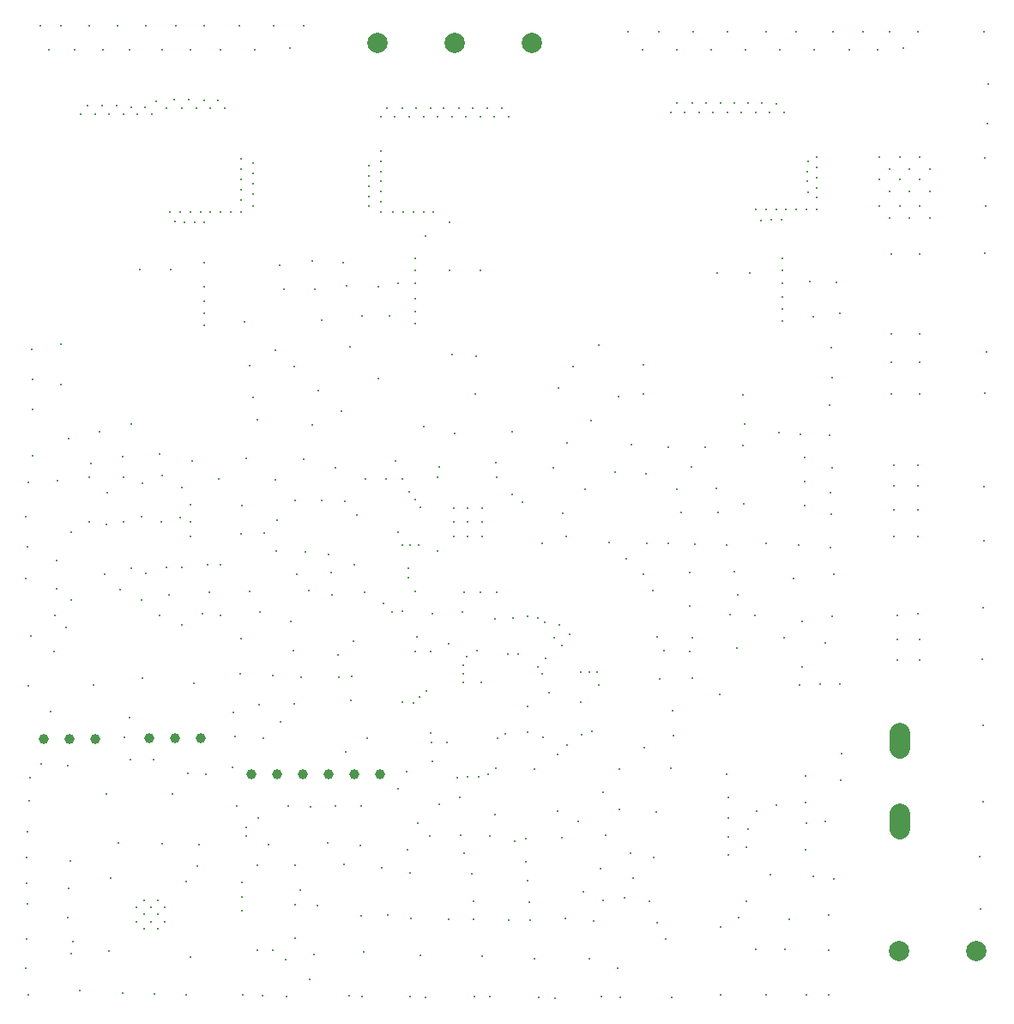
<source format=gbr>
%TF.GenerationSoftware,KiCad,Pcbnew,9.0.1*%
%TF.CreationDate,2025-04-18T15:35:22+02:00*%
%TF.ProjectId,BLDC_DRIVER,424c4443-5f44-4524-9956-45522e6b6963,rev?*%
%TF.SameCoordinates,Original*%
%TF.FileFunction,Plated,1,4,PTH,Mixed*%
%TF.FilePolarity,Positive*%
%FSLAX46Y46*%
G04 Gerber Fmt 4.6, Leading zero omitted, Abs format (unit mm)*
G04 Created by KiCad (PCBNEW 9.0.1) date 2025-04-18 15:35:22*
%MOMM*%
%LPD*%
G01*
G04 APERTURE LIST*
%TA.AperFunction,ViaDrill*%
%ADD10C,0.300000*%
%TD*%
%TA.AperFunction,ComponentDrill*%
%ADD11C,0.300000*%
%TD*%
%TA.AperFunction,ComponentDrill*%
%ADD12C,1.000000*%
%TD*%
%TA.AperFunction,ComponentDrill*%
%ADD13C,2.000000*%
%TD*%
G04 aperture for slot hole*
%TA.AperFunction,ComponentDrill*%
%ADD14C,2.000000*%
%TD*%
G04 APERTURE END LIST*
D10*
X123147752Y-69776910D03*
X123190481Y-108245826D03*
X123193202Y-63709409D03*
X123220781Y-105306761D03*
X123235930Y-97277359D03*
X123266230Y-99837678D03*
X123311680Y-94732190D03*
X123341979Y-101822304D03*
X123352275Y-66618174D03*
X123420449Y-80366632D03*
X123443174Y-60323425D03*
X123448028Y-110836444D03*
X123493477Y-91702226D03*
X123554077Y-89384305D03*
X123650000Y-75475000D03*
X123762653Y-47175744D03*
X123800000Y-50100000D03*
X123808102Y-53114472D03*
X123850000Y-57700000D03*
X124600000Y-15200000D03*
X124705463Y-88051121D03*
X125400000Y-17600000D03*
X125625000Y-82925000D03*
X125975000Y-77000000D03*
X126000000Y-73400000D03*
X126200000Y-68000000D03*
X126200000Y-70800000D03*
X126262373Y-60113687D03*
X126600000Y-15200000D03*
X126641118Y-46645500D03*
X126641118Y-50599602D03*
X127120000Y-74580000D03*
X127325000Y-103175000D03*
X127341531Y-88202619D03*
X127383459Y-55992937D03*
X127425000Y-100350000D03*
X127584577Y-97612133D03*
X127600000Y-65200000D03*
X127650000Y-71870000D03*
X127650000Y-106750000D03*
X127850000Y-105550000D03*
X128000000Y-17600000D03*
X128475000Y-110375000D03*
X128600000Y-24000000D03*
X129247393Y-23075026D03*
X129400000Y-15200000D03*
X129400000Y-59800000D03*
X129400000Y-64200000D03*
X129580182Y-58462357D03*
X129850000Y-80250000D03*
X130000000Y-24000000D03*
X130413422Y-55311195D03*
X130676225Y-23096142D03*
X130800000Y-17600000D03*
X130975000Y-69350000D03*
X131125000Y-64425000D03*
X131150000Y-91000000D03*
X131155763Y-61295373D03*
X131375000Y-106525000D03*
X131400000Y-24000000D03*
X131525000Y-99350000D03*
X132105056Y-23124296D03*
X132200000Y-15200000D03*
X132325000Y-95850000D03*
X132450000Y-70900000D03*
X132716194Y-57720016D03*
X132750000Y-110675000D03*
X132800000Y-24000000D03*
X132800000Y-59800000D03*
X132800000Y-64175000D03*
X132856064Y-85430203D03*
X133386307Y-83491026D03*
X133400000Y-17600000D03*
X133507506Y-87596626D03*
X133562042Y-23243952D03*
X133575000Y-68750000D03*
X133594884Y-54553704D03*
X134200000Y-24000000D03*
X134400000Y-39250000D03*
X134550000Y-71850000D03*
X134600000Y-63700000D03*
X134640221Y-60371234D03*
X134650000Y-79625000D03*
X134962720Y-23258029D03*
X135000000Y-15200000D03*
X135025000Y-69225000D03*
X135600000Y-24000000D03*
X135749679Y-87672375D03*
X135875000Y-110750000D03*
X135983313Y-22680865D03*
X136352150Y-57492769D03*
X136400000Y-73400000D03*
X136525000Y-64150000D03*
X136575000Y-95950000D03*
X136600000Y-17600000D03*
X136600000Y-59600000D03*
X137000000Y-23400000D03*
X137025000Y-68675000D03*
X137300000Y-71400000D03*
X137400000Y-33600000D03*
X137500000Y-39250000D03*
X137625000Y-91000000D03*
X137778151Y-22526017D03*
X137903913Y-34556203D03*
X138000000Y-15200000D03*
X138375000Y-63775000D03*
X138400000Y-33600000D03*
X138550000Y-68700000D03*
X138564023Y-60765129D03*
X138575000Y-74325000D03*
X138600000Y-23400000D03*
X138800000Y-34600000D03*
X138950000Y-110800000D03*
X139025000Y-99675000D03*
X139173537Y-89020709D03*
X139270330Y-22533055D03*
X139400000Y-17600000D03*
X139400000Y-33600000D03*
X139400000Y-62450000D03*
X139400000Y-64200000D03*
X139400000Y-65650000D03*
X139400000Y-107100000D03*
X139609361Y-58159361D03*
X139775000Y-80100000D03*
X139800000Y-34600000D03*
X140000000Y-23400000D03*
X140100000Y-98100000D03*
X140275000Y-95975000D03*
X140400000Y-33600000D03*
X140600000Y-73200000D03*
X140734354Y-22575287D03*
X140800000Y-15200000D03*
X140800000Y-34600000D03*
X140800000Y-38600000D03*
X140800000Y-41000000D03*
X140800000Y-42400000D03*
X140800000Y-43600000D03*
X140800000Y-44800000D03*
X140930916Y-89066158D03*
X141125000Y-68425000D03*
X141300000Y-71125000D03*
X141400000Y-23400000D03*
X141400000Y-33600000D03*
X142092800Y-22589364D03*
X142199979Y-59977339D03*
X142400000Y-17600000D03*
X142400000Y-33600000D03*
X142400000Y-68400000D03*
X142400000Y-73400000D03*
X142800000Y-23400000D03*
X143400000Y-33600000D03*
X143594843Y-88428337D03*
X143655442Y-83004703D03*
X143791791Y-85307475D03*
X143991179Y-92232470D03*
X144200000Y-15200000D03*
X144337184Y-79186949D03*
X144396703Y-65370673D03*
X144400000Y-28400000D03*
X144400000Y-29400000D03*
X144400000Y-30400000D03*
X144400000Y-31400000D03*
X144400000Y-32400000D03*
X144400000Y-33600000D03*
X144425000Y-75675000D03*
X144450000Y-99700000D03*
X144450000Y-102550000D03*
X144472452Y-62552807D03*
X144500000Y-101200000D03*
X144600000Y-110825000D03*
X144725000Y-44450000D03*
X144900000Y-94310000D03*
X144900000Y-95160000D03*
X144911796Y-57901814D03*
X145250000Y-71075000D03*
X145290674Y-48748285D03*
X145575000Y-51875000D03*
X145600000Y-28800000D03*
X145600000Y-29800000D03*
X145600000Y-30800000D03*
X145600000Y-31800000D03*
X145600000Y-33000000D03*
X145800000Y-17600000D03*
X145975000Y-54125000D03*
X145975000Y-106400000D03*
X146000000Y-98025000D03*
X146125000Y-93400000D03*
X146170312Y-82171463D03*
X146300000Y-73100000D03*
X146500000Y-110950000D03*
X146594507Y-85534722D03*
X146700000Y-65300000D03*
X147100000Y-96000000D03*
X147575000Y-106400000D03*
X147579245Y-79292998D03*
X147600000Y-15200000D03*
X147767669Y-47225728D03*
X147790261Y-60007638D03*
X147836792Y-67097396D03*
X147950000Y-64000000D03*
X148222556Y-38840310D03*
X148276136Y-83943991D03*
X148608876Y-41226406D03*
X148825000Y-107375000D03*
X148900000Y-111000000D03*
X149025000Y-92175000D03*
X149200000Y-17400000D03*
X149300000Y-74000000D03*
X149550000Y-76862500D03*
X149631097Y-48816459D03*
X149669919Y-82095714D03*
X149700000Y-101950000D03*
X149700000Y-105200000D03*
X149750000Y-62050000D03*
X149775000Y-98025000D03*
X149866867Y-69354718D03*
X150253801Y-100500224D03*
X150366811Y-79520245D03*
X150600000Y-15200000D03*
X150608127Y-57962413D03*
X150760706Y-67157995D03*
X151078852Y-70960599D03*
X151150000Y-109325000D03*
X151275000Y-92250000D03*
X151403625Y-54633988D03*
X151404017Y-38453989D03*
X151600000Y-106825000D03*
X151653989Y-41226406D03*
X151900000Y-102050000D03*
X151994468Y-51202555D03*
X152325000Y-62050000D03*
X152400000Y-44300000D03*
X152920197Y-95877387D03*
X153018029Y-67385242D03*
X153275576Y-69172920D03*
X153396774Y-71399943D03*
X153700000Y-92225000D03*
X153750042Y-58858297D03*
X154000000Y-77275000D03*
X154017917Y-79505095D03*
X154335114Y-53270505D03*
X154494580Y-38590338D03*
X154550000Y-97975000D03*
X154653128Y-62113463D03*
X154714808Y-86867906D03*
X154790001Y-40930984D03*
X155075000Y-110950000D03*
X155198654Y-46884857D03*
X155229902Y-81762418D03*
X155305651Y-79459646D03*
X155525000Y-75925000D03*
X155623797Y-68430579D03*
X155800000Y-63500000D03*
X156200000Y-96075000D03*
X156232230Y-92171871D03*
X156275000Y-103050000D03*
X156375000Y-110975000D03*
X156380732Y-43839749D03*
X156550000Y-106600000D03*
X156638835Y-71142397D03*
X156675000Y-59925000D03*
X156881232Y-85474123D03*
X156984723Y-29052189D03*
X156984723Y-30052189D03*
X156984723Y-31052189D03*
X156984723Y-32052189D03*
X156984723Y-33052189D03*
X157926013Y-40999159D03*
X157948346Y-50066319D03*
X158200000Y-27600000D03*
X158200000Y-28600000D03*
X158200000Y-29600000D03*
X158200000Y-30600000D03*
X158200000Y-31600000D03*
X158200000Y-32600000D03*
X158200000Y-33600000D03*
X158215000Y-24215000D03*
X158275000Y-98275000D03*
X158500000Y-72200000D03*
X158728429Y-59947039D03*
X158800000Y-23400000D03*
X158904346Y-102969644D03*
X159039525Y-43839749D03*
X159302880Y-73102880D03*
X159400000Y-33600000D03*
X159600000Y-24200000D03*
X159622268Y-58159361D03*
X159875000Y-65225000D03*
X159925000Y-90525000D03*
X159925789Y-40681012D03*
X160289941Y-81944216D03*
X160300000Y-66500000D03*
X160300000Y-73025000D03*
X160334309Y-59931889D03*
X160335453Y-23397080D03*
X160400000Y-33600000D03*
X160777175Y-88823761D03*
X160825000Y-96500000D03*
X160893260Y-68712500D03*
X160900000Y-69650000D03*
X161000000Y-24200000D03*
X161000000Y-61250000D03*
X161100000Y-66500000D03*
X161100000Y-98800000D03*
X161100000Y-110975000D03*
X161176818Y-103257490D03*
X161400000Y-33600000D03*
X161450000Y-82050000D03*
X161592825Y-76990226D03*
X161600000Y-38200000D03*
X161600000Y-39400000D03*
X161600000Y-40600000D03*
X161600000Y-42200000D03*
X161600000Y-43400000D03*
X161600000Y-44600000D03*
X161600000Y-62015685D03*
X161607975Y-71036348D03*
X161700938Y-23361887D03*
X161774623Y-75490394D03*
X161825000Y-93875000D03*
X161900000Y-66500000D03*
X162050000Y-81450000D03*
X162110383Y-62710383D03*
X162110759Y-106965982D03*
X162400000Y-33600000D03*
X162415000Y-24215000D03*
X162470566Y-54747612D03*
X162600000Y-36000000D03*
X162625000Y-111050000D03*
X162675000Y-80825000D03*
X163025000Y-95200000D03*
X163100000Y-85000000D03*
X163129769Y-23368925D03*
X163153256Y-76944776D03*
X163200000Y-85950000D03*
X163250000Y-87775000D03*
X163300000Y-73200000D03*
X163400000Y-33600000D03*
X163800000Y-24200000D03*
X163800000Y-59800000D03*
X163800000Y-67050000D03*
X164000000Y-58800000D03*
X164000000Y-92000000D03*
X164389675Y-23354848D03*
X164750000Y-85950000D03*
X164873374Y-103348389D03*
X164875000Y-76175000D03*
X165000000Y-34600000D03*
X165000000Y-39400000D03*
X165197533Y-47657498D03*
X165200000Y-24200000D03*
X165400000Y-62800000D03*
X165400000Y-64200000D03*
X165400000Y-65600000D03*
X165447505Y-55452079D03*
X165780624Y-89450000D03*
X165910008Y-23368925D03*
X166025000Y-91350000D03*
X166100000Y-95075000D03*
X166241663Y-73050040D03*
X166300000Y-78300000D03*
X166300000Y-79200000D03*
X166300000Y-80000000D03*
X166398766Y-71100000D03*
X166400000Y-96900000D03*
X166615000Y-24215000D03*
X166675000Y-77450000D03*
X166750000Y-89350000D03*
X166800000Y-62800000D03*
X166800000Y-64200000D03*
X166800000Y-65600000D03*
X167150000Y-98875000D03*
X167289569Y-23361887D03*
X167357944Y-101575861D03*
X167388243Y-103408988D03*
X167400000Y-111000000D03*
X167515455Y-51520701D03*
X167629078Y-47839296D03*
X167675000Y-76850000D03*
X167900000Y-89300000D03*
X167998772Y-71100000D03*
X168000000Y-24200000D03*
X168000000Y-39400000D03*
X168089941Y-80039156D03*
X168178261Y-107034157D03*
X168200000Y-62800000D03*
X168200000Y-64200000D03*
X168200000Y-65600000D03*
X168666266Y-23375964D03*
X168800000Y-89100000D03*
X168925000Y-110975000D03*
X169000000Y-95150000D03*
X169400000Y-24200000D03*
X169453424Y-73746932D03*
X169475000Y-93025000D03*
X169525000Y-88508360D03*
X169574293Y-58375707D03*
X169598777Y-71100007D03*
X169600000Y-59800000D03*
X169700000Y-85500000D03*
X170123252Y-23368925D03*
X170525000Y-85100000D03*
X170700000Y-77200000D03*
X170815000Y-24215000D03*
X170857551Y-103469588D03*
X171196860Y-55270281D03*
X171200000Y-61499997D03*
X171241102Y-73686333D03*
X171400000Y-95700000D03*
X171776396Y-77211190D03*
X172200000Y-62200000D03*
X172540000Y-95410000D03*
X172554331Y-97667208D03*
X172644985Y-84957796D03*
X172655085Y-82352028D03*
X172660379Y-99606385D03*
X172700000Y-73500000D03*
X172857327Y-101666760D03*
X172963376Y-103469588D03*
X173350000Y-107250000D03*
X173400000Y-88550000D03*
X173700000Y-78500000D03*
X173729440Y-73651321D03*
X173800000Y-111100000D03*
X174100000Y-66325000D03*
X174162227Y-79162227D03*
X174175000Y-85450000D03*
X174400000Y-74100000D03*
X174442764Y-77605085D03*
X174825000Y-81012174D03*
X175264586Y-58883512D03*
X175300000Y-75600000D03*
X175357047Y-111150545D03*
X175610000Y-92730000D03*
X175673631Y-87130344D03*
X175764530Y-50952583D03*
X175836547Y-74322625D03*
X176099388Y-95303837D03*
X176100000Y-76400000D03*
X176151798Y-63294792D03*
X176417534Y-103257490D03*
X176515394Y-65658163D03*
X176582620Y-56406517D03*
X176605344Y-86221355D03*
X176826335Y-75231614D03*
X177196187Y-48839184D03*
X177720418Y-93713106D03*
X177900000Y-79000000D03*
X177950000Y-81925000D03*
X178000000Y-85200000D03*
X178200000Y-100700000D03*
X178363819Y-60999855D03*
X178750000Y-79000000D03*
X178750000Y-107300000D03*
X178968716Y-54224943D03*
X178997808Y-84826498D03*
X179225000Y-103575000D03*
X179550003Y-79000000D03*
X179700499Y-80244700D03*
X179741356Y-46771234D03*
X179877705Y-98424532D03*
X179947441Y-110983897D03*
X180150000Y-101475000D03*
X180150401Y-90834474D03*
X180423098Y-95061273D03*
X180718519Y-66200873D03*
X181309362Y-59247108D03*
X181575000Y-108175000D03*
X181625000Y-51850000D03*
X181775000Y-88550000D03*
X181775000Y-92575000D03*
X181800000Y-111100000D03*
X182225000Y-101300000D03*
X182400149Y-67837053D03*
X182600000Y-15800000D03*
X182809194Y-96856526D03*
X182922818Y-56542865D03*
X183127340Y-99288072D03*
X184000000Y-17600000D03*
X184081779Y-69336885D03*
X184127228Y-48680111D03*
X184127228Y-51566151D03*
X184240852Y-86471327D03*
X184377200Y-59474355D03*
X184490824Y-66291772D03*
X184675000Y-101600000D03*
X185013492Y-70973065D03*
X185125000Y-97250000D03*
X185371075Y-92773817D03*
X185450000Y-103750000D03*
X185480000Y-75500000D03*
X185600000Y-15800000D03*
X185699023Y-79696313D03*
X186175000Y-76850000D03*
X186275000Y-105325000D03*
X186558774Y-56792837D03*
X186581498Y-66314497D03*
X186800000Y-23800000D03*
X186854195Y-88493828D03*
X186880709Y-111079158D03*
X186990543Y-82789922D03*
X187058718Y-85221468D03*
X187388842Y-22837435D03*
X187400000Y-17600000D03*
X187445038Y-60928737D03*
X187876808Y-63269384D03*
X188200000Y-23800000D03*
X188700000Y-76925000D03*
X188717622Y-69177812D03*
X188717622Y-72472897D03*
X188876696Y-58769888D03*
X188900000Y-75600000D03*
X188909175Y-22847993D03*
X188948659Y-79605414D03*
X189043780Y-15794121D03*
X189217566Y-66405396D03*
X189600000Y-23800000D03*
X190194730Y-56792837D03*
X190292256Y-22869109D03*
X190800000Y-17600000D03*
X191000000Y-23800000D03*
X191285516Y-60837838D03*
X191400000Y-39600000D03*
X191444589Y-63269384D03*
X191671837Y-81221916D03*
X191707010Y-22890224D03*
X191750000Y-104125000D03*
X191766525Y-110806461D03*
X192285404Y-66450845D03*
X192324841Y-89062112D03*
X192400000Y-15800000D03*
X192400000Y-23800000D03*
X192500000Y-91350000D03*
X192500000Y-97025000D03*
X192525000Y-93375000D03*
X192525000Y-95225000D03*
X192671725Y-73290987D03*
X193058045Y-69086913D03*
X193079533Y-22879666D03*
X193334530Y-76583026D03*
X193421640Y-71404835D03*
X193500000Y-103250000D03*
X193800000Y-23800000D03*
X193944309Y-56679214D03*
X193967034Y-51657050D03*
X194000000Y-62400000D03*
X194103382Y-54543090D03*
X194200000Y-17600000D03*
X194300000Y-96250000D03*
X194300000Y-101575000D03*
X194473172Y-22879666D03*
X194475000Y-94450000D03*
X194600000Y-39600000D03*
X195100000Y-73400000D03*
X195197958Y-106306965D03*
X195200000Y-23800000D03*
X195200000Y-33400000D03*
X195325000Y-92700000D03*
X195720815Y-34417635D03*
X195792906Y-22879666D03*
X196194057Y-66291772D03*
X196197846Y-110806461D03*
X196200000Y-15800000D03*
X196200000Y-33400000D03*
X196600000Y-23800000D03*
X196627389Y-98939793D03*
X196766044Y-34370124D03*
X197200000Y-33400000D03*
X197200000Y-92125000D03*
X197218468Y-22949725D03*
X197466641Y-55383904D03*
X197600000Y-17600000D03*
X197763763Y-34385961D03*
X197800000Y-38200000D03*
X197800000Y-39400000D03*
X197800000Y-40600000D03*
X197800000Y-42000000D03*
X197800000Y-43200000D03*
X197800000Y-44400000D03*
X198000000Y-23800000D03*
X198012035Y-75631634D03*
X198106723Y-106306965D03*
X198200000Y-33400000D03*
X198493043Y-103375476D03*
X198900000Y-69800000D03*
X199200000Y-15800000D03*
X199200000Y-33400000D03*
X199466417Y-66473570D03*
X199536153Y-80244919D03*
X199625490Y-55565702D03*
X199739114Y-73972729D03*
X199739114Y-78517674D03*
X200011810Y-62587642D03*
X200034535Y-57860899D03*
X200050000Y-60175000D03*
X200096696Y-89213611D03*
X200100000Y-91825000D03*
X200150000Y-96550000D03*
X200200000Y-33400000D03*
X200220122Y-110829186D03*
X200225000Y-93925000D03*
X200313488Y-29634920D03*
X200313488Y-30600965D03*
X200329325Y-31630358D03*
X200360999Y-28621365D03*
X200534872Y-40476490D03*
X200839037Y-99106441D03*
X200853018Y-43930648D03*
X201000000Y-17600000D03*
X201200000Y-28200000D03*
X201200000Y-29200000D03*
X201200000Y-30200000D03*
X201200000Y-31200000D03*
X201200000Y-32200000D03*
X201200000Y-33400000D03*
X201535929Y-80184320D03*
X202034311Y-76086128D03*
X202100000Y-93750000D03*
X202378971Y-102966431D03*
X202378971Y-110851910D03*
X202401696Y-106397864D03*
X202466081Y-52656937D03*
X202488805Y-55588427D03*
X202534255Y-61292333D03*
X202556980Y-66678092D03*
X202647879Y-46998481D03*
X202647879Y-63405732D03*
X202738777Y-58815338D03*
X202738777Y-73450060D03*
X202761502Y-49952695D03*
X202800000Y-15800000D03*
X202920575Y-69336885D03*
X202929712Y-99379137D03*
X203170940Y-40590114D03*
X203490255Y-80199470D03*
X203511810Y-43589777D03*
X203625000Y-89700000D03*
X203697005Y-87059124D03*
X204400000Y-17600000D03*
X205800000Y-15800000D03*
X207200000Y-17600000D03*
X207400000Y-28200000D03*
X207400000Y-30400000D03*
X207400000Y-33000000D03*
X208400000Y-15800000D03*
X208400000Y-29400000D03*
X208400000Y-31600000D03*
X208400000Y-34200000D03*
X208600000Y-37800000D03*
X208600000Y-45600000D03*
X208600000Y-48400000D03*
X208600000Y-51600000D03*
X208800000Y-58600000D03*
X208800000Y-60600000D03*
X208800000Y-63000000D03*
X208800000Y-65600000D03*
X209200000Y-73400000D03*
X209200000Y-75800000D03*
X209200000Y-77800000D03*
X209400000Y-28200000D03*
X209400000Y-30400000D03*
X209400000Y-33000000D03*
X209800000Y-17400000D03*
X210400000Y-29400000D03*
X210400000Y-31600000D03*
X210400000Y-34200000D03*
X211200000Y-15800000D03*
X211200000Y-58600000D03*
X211200000Y-60600000D03*
X211200000Y-63000000D03*
X211200000Y-65600000D03*
X211200000Y-73200000D03*
X211400000Y-28200000D03*
X211400000Y-30400000D03*
X211400000Y-33000000D03*
X211400000Y-37800000D03*
X211400000Y-45600000D03*
X211400000Y-48400000D03*
X211400000Y-51600000D03*
X211400000Y-75800000D03*
X211400000Y-77800000D03*
X212400000Y-29400000D03*
X212400000Y-31600000D03*
X212400000Y-34200000D03*
X217279564Y-97164324D03*
X217375000Y-102375000D03*
X217586348Y-77700597D03*
X217620435Y-91744477D03*
X217654522Y-72655709D03*
X217654522Y-84279405D03*
X217688609Y-60691141D03*
X217722696Y-66076901D03*
X217765366Y-15874266D03*
X217800126Y-28313567D03*
X217824957Y-37682358D03*
X217824957Y-51453541D03*
X217859045Y-33046514D03*
X217995393Y-47397177D03*
X218050000Y-24925000D03*
X218151686Y-20987329D03*
D11*
%TO.C,U2*%
X134100000Y-102190000D03*
X134100000Y-103590000D03*
X134800000Y-101490000D03*
X134800000Y-102890000D03*
X134800000Y-104290000D03*
X135500000Y-102190000D03*
X135500000Y-103590000D03*
X136200000Y-101490000D03*
X136200000Y-102890000D03*
X136200000Y-104290000D03*
X136900000Y-102190000D03*
X136900000Y-103590000D03*
D12*
%TO.C,J2*%
X124910000Y-85600000D03*
X127450000Y-85600000D03*
X129990000Y-85600000D03*
%TO.C,J3*%
X135360000Y-85550000D03*
X137900000Y-85550000D03*
X140440000Y-85550000D03*
%TO.C,J4*%
X145440000Y-89100000D03*
X147980000Y-89100000D03*
X150520000Y-89100000D03*
X153060000Y-89100000D03*
X155600000Y-89100000D03*
X158140000Y-89100000D03*
D13*
%TO.C,J104*%
X157860000Y-16950000D03*
X165480000Y-16950000D03*
X173100000Y-16950000D03*
%TO.C,J1*%
X209340000Y-106500000D03*
D14*
%TO.C,F1*%
X209400000Y-86500000D02*
X209400000Y-85000000D01*
X209400000Y-94500000D02*
X209400000Y-93000000D01*
D13*
%TO.C,J1*%
X216960000Y-106500000D03*
M02*

</source>
